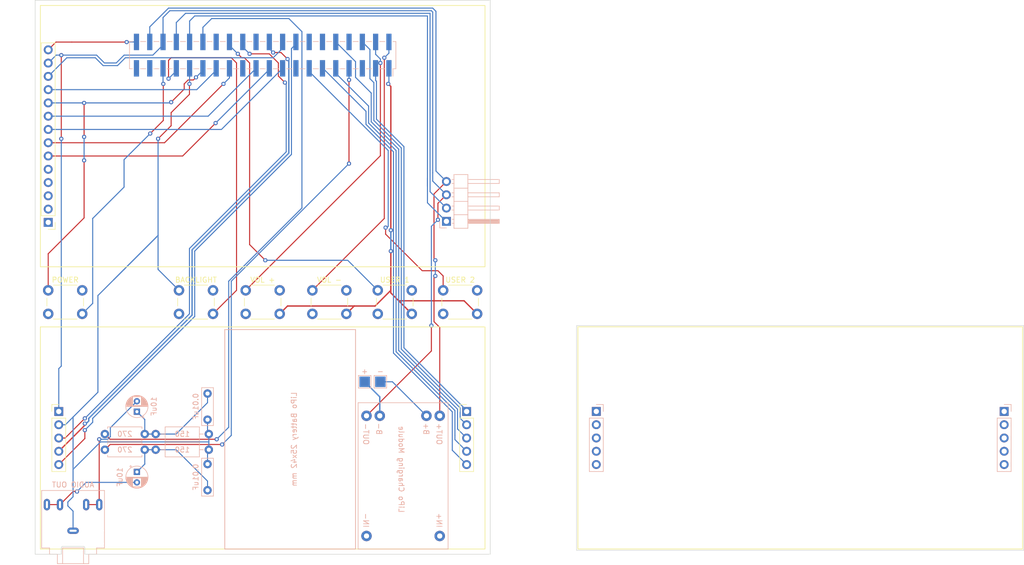
<source format=kicad_pcb>
(kicad_pcb (version 20211014) (generator pcbnew)
  (layers (0 "F.Cu" signal) (31 "B.Cu" signal) (34 "B.Paste" user) (35 "F.Paste" user) (36 "B.SilkS" user "B.Silkscreen") (37 "F.SilkS" user "F.Silkscreen") (38 "B.Mask" user) (39 "F.Mask" user) (44 "Edge.Cuts" user))
  (net 0 "")
  (footprint "Connector_PinHeader_2.54mm:PinHeader_1x14_P2.54mm_Vertical" (layer "F.Cu") (at 33.75 80 180)
    (fp_text reference "REF**" hide)
    (fp_text value "PinHeader_1x14_P2.54mm_Vertical" hide)
    (pad "1" thru_hole rect (at 0 0 180) (size 1.7 1.7) (drill 1) (layers *.Cu *.Mask))
    (pad "2" thru_hole oval (at 0 2.54 180) (size 1.7 1.7) (drill 1) (layers *.Cu *.Mask))
    (pad "3" thru_hole oval (at 0 5.08 180) (size 1.7 1.7) (drill 1) (layers *.Cu *.Mask))
    (pad "4" thru_hole oval (at 0 7.62 180) (size 1.7 1.7) (drill 1) (layers *.Cu *.Mask))
    (pad "5" thru_hole oval (at 0 10.16 180) (size 1.7 1.7) (drill 1) (layers *.Cu *.Mask))
    (pad "6" thru_hole oval (at 0 12.7 180) (size 1.7 1.7) (drill 1) (layers *.Cu *.Mask))
    (pad "7" thru_hole oval (at 0 15.24 180) (size 1.7 1.7) (drill 1) (layers *.Cu *.Mask))
    (pad "8" thru_hole oval (at 0 17.78 180) (size 1.7 1.7) (drill 1) (layers *.Cu *.Mask))
    (pad "9" thru_hole oval (at 0 20.32 180) (size 1.7 1.7) (drill 1) (layers *.Cu *.Mask))
    (pad "10" thru_hole oval (at 0 22.86 180) (size 1.7 1.7) (drill 1) (layers *.Cu *.Mask))
    (pad "11" thru_hole oval (at 0 25.4 180) (size 1.7 1.7) (drill 1) (layers *.Cu *.Mask))
    (pad "12" thru_hole oval (at 0 27.94 180) (size 1.7 1.7) (drill 1) (layers *.Cu *.Mask))
    (pad "13" thru_hole oval (at 0 30.48 180) (size 1.7 1.7) (drill 1) (layers *.Cu *.Mask))
    (pad "14" thru_hole oval (at 0 33.02 180) (size 1.7 1.7) (drill 1) (layers *.Cu *.Mask))
  )
  (footprint "MountingHole:MountingHole_2.7mm_M2.5" (layer "F.Cu") (at 114.25 41.5)
    (fp_text reference "REF**" hide)
    (fp_text value "MountingHole_2.7mm_M2.5" hide)
    (pad "" np_thru_hole circle (at 0 0) (size 2.7 2.7) (drill 2.7) (layers *.Cu *.Mask))
  )
  (footprint "MountingHole:MountingHole_2.7mm_M2.5" (layer "F.Cu") (at 114.25 85.5)
    (fp_text reference "REF**" hide)
    (fp_text value "MountingHole_2.7mm_M2.5" hide)
    (pad "" np_thru_hole circle (at 0 0) (size 2.7 2.7) (drill 2.7) (layers *.Cu *.Mask))
  )
  (footprint "Button_Switch_THT:SW_PUSH_6mm_H4.3mm" (layer "F.Cu") (at 96.75 93)
    (fp_text reference "USER 1" (at 3.25 -2) (layer "F.SilkS"))
    (fp_text value "SW_PUSH_6mm_H4.3mm" hide)
    (pad "1" thru_hole circle (at 6.5 0 90) (size 2 2) (drill 1.1) (layers *.Cu *.Mask))
    (pad "1" thru_hole circle (at 0 0 90) (size 2 2) (drill 1.1) (layers *.Cu *.Mask))
    (pad "2" thru_hole circle (at 0 4.5 90) (size 2 2) (drill 1.1) (layers *.Cu *.Mask))
    (pad "2" thru_hole circle (at 6.5 4.5 90) (size 2 2) (drill 1.1) (layers *.Cu *.Mask))
  )
  (footprint "Connector_PinHeader_2.54mm:PinHeader_1x05_P2.54mm_Vertical" (layer "F.Cu") (at 113.738358 116.183368)
    (fp_text reference "REF**" hide)
    (fp_text value "PinHeader_1x05_P2.54mm_Vertical" hide)
    (pad "1" thru_hole rect (at 0 0) (size 1.7 1.7) (drill 1) (layers *.Cu *.Mask))
    (pad "2" thru_hole oval (at 0 2.54) (size 1.7 1.7) (drill 1) (layers *.Cu *.Mask))
    (pad "3" thru_hole oval (at 0 5.08) (size 1.7 1.7) (drill 1) (layers *.Cu *.Mask))
    (pad "4" thru_hole oval (at 0 7.62) (size 1.7 1.7) (drill 1) (layers *.Cu *.Mask))
    (pad "5" thru_hole oval (at 0 10.16) (size 1.7 1.7) (drill 1) (layers *.Cu *.Mask))
  )
  (footprint "MountingHole:MountingHole_2.7mm_M2.5" (layer "F.Cu") (at 39.25 41.5)
    (fp_text reference "REF**" hide)
    (fp_text value "MountingHole_2.7mm_M2.5" hide)
    (pad "" np_thru_hole circle (at 0 0) (size 2.7 2.7) (drill 2.7) (layers *.Cu *.Mask))
  )
  (footprint "Button_Switch_THT:SW_PUSH_6mm_H4.3mm" (layer "F.Cu") (at 84.25 93)
    (fp_text reference "VOL -" (at 3.25 -2) (layer "F.SilkS"))
    (fp_text value "SW_PUSH_6mm_H4.3mm" hide)
    (pad "1" thru_hole circle (at 6.5 0 90) (size 2 2) (drill 1.1) (layers *.Cu *.Mask))
    (pad "1" thru_hole circle (at 0 0 90) (size 2 2) (drill 1.1) (layers *.Cu *.Mask))
    (pad "2" thru_hole circle (at 6.5 4.5 90) (size 2 2) (drill 1.1) (layers *.Cu *.Mask))
    (pad "2" thru_hole circle (at 0 4.5 90) (size 2 2) (drill 1.1) (layers *.Cu *.Mask))
  )
  (footprint "MountingHole:MountingHole_2.5mm" (layer "F.Cu") (at 103.733251 71.025122)
    (fp_text reference "REF**" hide)
    (fp_text value "MountingHole_2.5mm" hide)
    (pad "" np_thru_hole circle (at 0 0) (size 2.5 2.5) (drill 2.5) (layers *.Cu *.Mask))
  )
  (footprint "Connector_PinHeader_2.54mm:PinHeader_1x05_P2.54mm_Vertical" (layer "F.Cu") (at 35.766898 116.182377)
    (fp_text reference "REF**" hide)
    (fp_text value "PinHeader_1x05_P2.54mm_Vertical" hide)
    (pad "1" thru_hole rect (at 0 0) (size 1.7 1.7) (drill 1) (layers *.Cu *.Mask))
    (pad "2" thru_hole oval (at 0 2.54) (size 1.7 1.7) (drill 1) (layers *.Cu *.Mask))
    (pad "3" thru_hole oval (at 0 5.08) (size 1.7 1.7) (drill 1) (layers *.Cu *.Mask))
    (pad "4" thru_hole oval (at 0 7.62) (size 1.7 1.7) (drill 1) (layers *.Cu *.Mask))
    (pad "5" thru_hole oval (at 0 10.16) (size 1.7 1.7) (drill 1) (layers *.Cu *.Mask))
  )
  (footprint "MountingHole:MountingHole_2.5mm" (layer "F.Cu") (at 45.75 71)
    (fp_text reference "REF**" hide)
    (fp_text value "MountingHole_2.5mm" hide)
    (pad "" np_thru_hole circle (at 0 0) (size 2.5 2.5) (drill 2.5) (layers *.Cu *.Mask))
  )
  (footprint "MountingHole:MountingHole_2.5mm" (layer "F.Cu") (at 45.75 48)
    (fp_text reference "REF**" hide)
    (fp_text value "MountingHole_2.5mm" hide)
    (pad "" np_thru_hole circle (at 0 0) (size 2.5 2.5) (drill 2.5) (layers *.Cu *.Mask))
  )
  (footprint "Button_Switch_THT:SW_PUSH_6mm_H4.3mm" (layer "F.Cu") (at 109.25 93)
    (fp_text reference "USER 2" (at 3.25 -2) (layer "F.SilkS"))
    (fp_text value "SW_PUSH_6mm_H4.3mm" hide)
    (pad "1" thru_hole circle (at 0 0 90) (size 2 2) (drill 1.1) (layers *.Cu *.Mask))
    (pad "1" thru_hole circle (at 6.5 0 90) (size 2 2) (drill 1.1) (layers *.Cu *.Mask))
    (pad "2" thru_hole circle (at 0 4.5 90) (size 2 2) (drill 1.1) (layers *.Cu *.Mask))
    (pad "2" thru_hole circle (at 6.5 4.5 90) (size 2 2) (drill 1.1) (layers *.Cu *.Mask))
  )
  (footprint "Button_Switch_THT:SW_PUSH_6mm_H4.3mm" (layer "F.Cu") (at 58.75 93)
    (fp_text reference "BACKLIGHT" (at 3.25 -2) (layer "F.SilkS"))
    (fp_text value "SW_PUSH_6mm_H4.3mm" hide)
    (pad "1" thru_hole circle (at 0 0 90) (size 2 2) (drill 1.1) (layers *.Cu *.Mask))
    (pad "1" thru_hole circle (at 6.5 0 90) (size 2 2) (drill 1.1) (layers *.Cu *.Mask))
    (pad "2" thru_hole circle (at 0 4.5 90) (size 2 2) (drill 1.1) (layers *.Cu *.Mask))
    (pad "2" thru_hole circle (at 6.5 4.5 90) (size 2 2) (drill 1.1) (layers *.Cu *.Mask))
  )
  (footprint "Button_Switch_THT:SW_PUSH_6mm_H4.3mm" (layer "F.Cu") (at 71.5 93)
    (fp_text reference "VOL +" (at 3.25 -2) (layer "F.SilkS"))
    (fp_text value "SW_PUSH_6mm_H4.3mm" hide)
    (pad "1" thru_hole circle (at 6.5 0 90) (size 2 2) (drill 1.1) (layers *.Cu *.Mask))
    (pad "1" thru_hole circle (at 0 0 90) (size 2 2) (drill 1.1) (layers *.Cu *.Mask))
    (pad "2" thru_hole circle (at 6.5 4.5 90) (size 2 2) (drill 1.1) (layers *.Cu *.Mask))
    (pad "2" thru_hole circle (at 0 4.5 90) (size 2 2) (drill 1.1) (layers *.Cu *.Mask))
  )
  (footprint "MountingHole:MountingHole_2.5mm" (layer "F.Cu") (at 103.721917 48.032269)
    (fp_text reference "REF**" hide)
    (fp_text value "MountingHole_2.5mm" hide)
    (pad "" np_thru_hole circle (at 0 0) (size 2.5 2.5) (drill 2.5) (layers *.Cu *.Mask))
  )
  (footprint "Button_Switch_THT:SW_PUSH_6mm_H4.3mm" (layer "F.Cu") (at 33.75 93)
    (fp_text reference "POWER" (at 3.25 -2) (layer "F.SilkS"))
    (fp_text value "SW_PUSH_6mm_H4.3mm" hide)
    (pad "1" thru_hole circle (at 0 0 90) (size 2 2) (drill 1.1) (layers *.Cu *.Mask))
    (pad "1" thru_hole circle (at 6.5 0 90) (size 2 2) (drill 1.1) (layers *.Cu *.Mask))
    (pad "2" thru_hole circle (at 6.5 4.5 90) (size 2 2) (drill 1.1) (layers *.Cu *.Mask))
    (pad "2" thru_hole circle (at 0 4.5 90) (size 2 2) (drill 1.1) (layers *.Cu *.Mask))
  )
  (footprint "MountingHole:MountingHole_2.7mm_M2.5" (layer "F.Cu") (at 39.25 85.5)
    (fp_text reference "REF**" hide)
    (fp_text value "MountingHole_2.7mm_M2.5" hide)
    (pad "" np_thru_hole circle (at 0 0) (size 2.7 2.7) (drill 2.7) (layers *.Cu *.Mask))
  )
  (footprint "Connector_Audio:Jack_3.5mm_CUI_SJ1-3525N_Horizontal" (layer "B.Cu") (at 38.5 139 180)
    (fp_text reference "AUDIO OUT" (at 0 8.8) (layer "B.SilkS") (effects (justify mirror)))
    (fp_text value "Jack_3.5mm_CUI_SJ1-3525N_Horizontal" hide)
    (pad "" np_thru_hole circle (at 0 5 180) (size 1.2 1.2) (drill 1.2) (layers *.Cu))
    (pad "" np_thru_hole circle (at 5 0 180) (size 1.2 1.2) (drill 1.2) (layers *.Cu))
    (pad "" np_thru_hole circle (at -5 0 180) (size 1.2 1.2) (drill 1.2) (layers *.Cu))
    (pad "" np_thru_hole circle (at 5 -2.5 180) (size 1.2 1.2) (drill 1.2) (layers *.Cu))
    (pad "" np_thru_hole circle (at -5 -2.5 180) (size 1.2 1.2) (drill 1.2) (layers *.Cu))
    (pad "R" thru_hole oval (at -5 5 180) (size 1.2 2.2) (drill oval 0.4 1.4) (layers *.Cu *.Mask))
    (pad "RN" thru_hole oval (at -2.5 5 180) (size 1.2 2.2) (drill oval 0.4 1.4) (layers *.Cu *.Mask))
    (pad "S" thru_hole oval (at 0 0 180) (size 2.2 1.2) (drill oval 1.4 0.4) (layers *.Cu *.Mask))
    (pad "T" thru_hole oval (at 5 5) (size 1.2 2.2) (drill oval 0.4 1.4) (layers *.Cu *.Mask))
    (pad "TN" thru_hole oval (at 2.5 5) (size 1.2 2.2) (drill oval 0.4 1.4) (layers *.Cu *.Mask))
  )
  (footprint "Connector_PinHeader_2.54mm:PinHeader_2x20_P2.54mm_Vertical_SMD" (layer "B.Cu") (at 74.75 48 90)
    (fp_text reference "REF**" hide)
    (fp_text value "PinHeader_2x20_P2.54mm_Vertical_SMD" hide)
    (pad "1" smd rect (at -2.525 24.13 90) (size 3.15 1) (layers "B.Cu" "B.Paste" "B.Mask"))
    (pad "2" smd rect (at 2.525 24.13 90) (size 3.15 1) (layers "B.Cu" "B.Paste" "B.Mask"))
    (pad "3" smd rect (at -2.525 21.59 90) (size 3.15 1) (layers "B.Cu" "B.Paste" "B.Mask"))
    (pad "4" smd rect (at 2.525 21.59 90) (size 3.15 1) (layers "B.Cu" "B.Paste" "B.Mask"))
    (pad "5" smd rect (at -2.525 19.05 90) (size 3.15 1) (layers "B.Cu" "B.Paste" "B.Mask"))
    (pad "6" smd rect (at 2.525 19.05 90) (size 3.15 1) (layers "B.Cu" "B.Paste" "B.Mask"))
    (pad "7" smd rect (at -2.525 16.51 90) (size 3.15 1) (layers "B.Cu" "B.Paste" "B.Mask"))
    (pad "8" smd rect (at 2.525 16.51 90) (size 3.15 1) (layers "B.Cu" "B.Paste" "B.Mask"))
    (pad "9" smd rect (at -2.525 13.97 90) (size 3.15 1) (layers "B.Cu" "B.Paste" "B.Mask"))
    (pad "10" smd rect (at 2.525 13.97 90) (size 3.15 1) (layers "B.Cu" "B.Paste" "B.Mask"))
    (pad "11" smd rect (at -2.525 11.43 90) (size 3.15 1) (layers "B.Cu" "B.Paste" "B.Mask"))
    (pad "12" smd rect (at 2.525 11.43 90) (size 3.15 1) (layers "B.Cu" "B.Paste" "B.Mask"))
    (pad "13" smd rect (at -2.525 8.89 90) (size 3.15 1) (layers "B.Cu" "B.Paste" "B.Mask"))
    (pad "14" smd rect (at 2.525 8.89 90) (size 3.15 1) (layers "B.Cu" "B.Paste" "B.Mask"))
    (pad "15" smd rect (at -2.525 6.35 90) (size 3.15 1) (layers "B.Cu" "B.Paste" "B.Mask"))
    (pad "16" smd rect (at 2.525 6.35 90) (size 3.15 1) (layers "B.Cu" "B.Paste" "B.Mask"))
    (pad "17" smd rect (at -2.525 3.81 90) (size 3.15 1) (layers "B.Cu" "B.Paste" "B.Mask"))
    (pad "18" smd rect (at 2.525 3.81 90) (size 3.15 1) (layers "B.Cu" "B.Paste" "B.Mask"))
    (pad "19" smd rect (at -2.525 1.27 90) (size 3.15 1) (layers "B.Cu" "B.Paste" "B.Mask"))
    (pad "20" smd rect (at 2.525 1.27 90) (size 3.15 1) (layers "B.Cu" "B.Paste" "B.Mask"))
    (pad "21" smd rect (at -2.525 -1.27 90) (size 3.15 1) (layers "B.Cu" "B.Paste" "B.Mask"))
    (pad "22" smd rect (at 2.525 -1.27 90) (size 3.15 1) (layers "B.Cu" "B.Paste" "B.Mask"))
    (pad "23" smd rect (at -2.525 -3.81 90) (size 3.15 1) (layers "B.Cu" "B.Paste" "B.Mask"))
    (pad "24" smd rect (at 2.525 -3.81 90) (size 3.15 1) (layers "B.Cu" "B.Paste" "B.Mask"))
    (pad "25" smd rect (at -2.525 -6.35 90) (size 3.15 1) (layers "B.Cu" "B.Paste" "B.Mask"))
    (pad "26" smd rect (at 2.525 -6.35 90) (size 3.15 1) (layers "B.Cu" "B.Paste" "B.Mask"))
    (pad "27" smd rect (at -2.525 -8.89 90) (size 3.15 1) (layers "B.Cu" "B.Paste" "B.Mask"))
    (pad "28" smd rect (at 2.525 -8.89 90) (size 3.15 1) (layers "B.Cu" "B.Paste" "B.Mask"))
    (pad "29" smd rect (at -2.525 -11.43 90) (size 3.15 1) (layers "B.Cu" "B.Paste" "B.Mask"))
    (pad "30" smd rect (at 2.525 -11.43 90) (size 3.15 1) (layers "B.Cu" "B.Paste" "B.Mask"))
    (pad "31" smd rect (at -2.525 -13.97 90) (size 3.15 1) (layers "B.Cu" "B.Paste" "B.Mask"))
    (pad "32" smd rect (at 2.525 -13.97 90) (size 3.15 1) (layers "B.Cu" "B.Paste" "B.Mask"))
    (pad "33" smd rect (at -2.525 -16.51 90) (size 3.15 1) (layers "B.Cu" "B.Paste" "B.Mask"))
    (pad "34" smd rect (at 2.525 -16.51 90) (size 3.15 1) (layers "B.Cu" "B.Paste" "B.Mask"))
    (pad "35" smd rect (at -2.525 -19.05 90) (size 3.15 1) (layers "B.Cu" "B.Paste" "B.Mask"))
    (pad "36" smd rect (at 2.525 -19.05 90) (size 3.15 1) (layers "B.Cu" "B.Paste" "B.Mask"))
    (pad "37" smd rect (at -2.525 -21.59 90) (size 3.15 1) (layers "B.Cu" "B.Paste" "B.Mask"))
    (pad "38" smd rect (at 2.525 -21.59 90) (size 3.15 1) (layers "B.Cu" "B.Paste" "B.Mask"))
    (pad "39" smd rect (at -2.525 -24.13 90) (size 3.15 1) (layers "B.Cu" "B.Paste" "B.Mask"))
    (pad "40" smd rect (at 2.525 -24.13 90) (size 3.15 1) (layers "B.Cu" "B.Paste" "B.Mask"))
  )
  (footprint "Capacitor_THT:CP_Radial_D4.0mm_P2.00mm" (layer "B.Cu") (at 50.705 127.75 -90)
    (fp_text reference "10uF" (at 1 3.25 90) (layer "B.SilkS") (effects (justify mirror)))
    (fp_text value "CP_Radial_D4.0mm_P2.00mm" hide)
    (pad "1" thru_hole rect (at 0 0 270) (size 1.2 1.2) (drill 0.6) (layers *.Cu *.Mask))
    (pad "2" thru_hole circle (at 2 0 270) (size 1.2 1.2) (drill 0.6) (layers *.Cu *.Mask))
  )
  (footprint "Resistor_THT:R_Axial_DIN0207_L6.3mm_D2.5mm_P10.16mm_Horizontal" (layer "B.Cu") (at 64.455 123.5 180)
    (fp_text reference "150" (at 5.08 0) (layer "B.SilkS") (effects (justify mirror)))
    (fp_text value "R_Axial_DIN0207_L6.3mm_D2.5mm_P10.16mm_Horizontal" hide)
    (pad "1" thru_hole circle (at 0 0 180) (size 1.6 1.6) (drill 0.8) (layers *.Cu *.Mask))
    (pad "2" thru_hole oval (at 10.16 0 180) (size 1.6 1.6) (drill 0.8) (layers *.Cu *.Mask))
  )
  (footprint "Library:TP4056-Module" (layer "B.Cu") (at 92.995 142.505 90)
    (fp_text reference "LiPo Charging Module" (at 15.255 8.255 270 unlocked) (layer "B.SilkS") (effects (justify mirror)))
    (fp_text value "TP4056-Module" hide)
    (fp_text user "IN-" (at 5.5 1.5 270 unlocked) (layer "B.SilkS") (effects (justify mirror)))
    (fp_text user "B+" (at 23 13 270 unlocked) (layer "B.SilkS") (effects (justify mirror)))
    (fp_text user "IN+" (at 5.5 15.5 270 unlocked) (layer "B.SilkS") (effects (justify mirror)))
    (fp_text user "OUT+" (at 22 15.5 270 unlocked) (layer "B.SilkS") (effects (justify mirror)))
    (fp_text user "B-" (at 23 4 270 unlocked) (layer "B.SilkS") (effects (justify mirror)))
    (fp_text user "OUT-" (at 22 1.5 270 unlocked) (layer "B.SilkS") (effects (justify mirror)))
    (pad "1" thru_hole circle (at 2.5 15.6 90) (size 2 2) (drill 1) (layers *.Cu *.Mask))
    (pad "2" thru_hole circle (at 2.5 1.6 90) (size 2 2) (drill 1) (layers *.Cu *.Mask))
    (pad "3" thru_hole circle (at 25.5 15.6 90) (size 2 2) (drill 1) (layers *.Cu *.Mask))
    (pad "4" thru_hole circle (at 25.5 1.6 90) (size 2 2) (drill 1) (layers *.Cu *.Mask))
    (pad "5" thru_hole circle (at 25.5 13.06 90) (size 2 2) (drill 1) (layers *.Cu *.Mask))
    (pad "6" thru_hole circle (at 25.5 4.14 90) (size 2 2) (drill 1) (layers *.Cu *.Mask))
  )
  (footprint "TestPoint:TestPoint_Pad_2.0x2.0mm" (layer "B.Cu") (at 97.25 110.5 180)
    (fp_text reference "-" (at 0 1.998) (layer "B.SilkS") (effects (justify mirror)))
    (fp_text value "TestPoint_Pad_2.0x2.0mm" hide)
    (pad "1" smd rect (at 0 0 180) (size 2 2) (layers "B.Cu" "B.Mask"))
  )
  (footprint "Resistor_THT:R_Axial_DIN0207_L6.3mm_D2.5mm_P7.62mm_Horizontal" (layer "B.Cu") (at 52.205 120.5 180)
    (fp_text reference "270" (at 3.81 0) (layer "B.SilkS") (effects (justify mirror)))
    (fp_text value "R_Axial_DIN0207_L6.3mm_D2.5mm_P7.62mm_Horizontal" hide)
    (pad "1" thru_hole circle (at 0 0 180) (size 1.6 1.6) (drill 0.8) (layers *.Cu *.Mask))
    (pad "2" thru_hole oval (at 7.62 0 180) (size 1.6 1.6) (drill 0.8) (layers *.Cu *.Mask))
  )
  (footprint "Capacitor_THT:CP_Radial_D4.0mm_P2.00mm" (layer "B.Cu") (at 50.705 116.2226 90)
    (fp_text reference "10uF" (at 1 3.25 90) (layer "B.SilkS") (effects (justify mirror)))
    (fp_text value "CP_Radial_D4.0mm_P2.00mm" hide)
    (pad "1" thru_hole rect (at 0 0 90) (size 1.2 1.2) (drill 0.6) (layers *.Cu *.Mask))
    (pad "2" thru_hole circle (at 2 0 90) (size 1.2 1.2) (drill 0.6) (layers *.Cu *.Mask))
  )
  (footprint "Resistor_THT:R_Axial_DIN0207_L6.3mm_D2.5mm_P7.62mm_Horizontal" (layer "B.Cu") (at 52.205 123.5 180)
    (fp_text reference "270" (at 3.81 0) (layer "B.SilkS") (effects (justify mirror)))
    (fp_text value "R_Axial_DIN0207_L6.3mm_D2.5mm_P7.62mm_Horizontal" hide)
    (pad "1" thru_hole circle (at 0 0 180) (size 1.6 1.6) (drill 0.8) (layers *.Cu *.Mask))
    (pad "2" thru_hole oval (at 7.62 0 180) (size 1.6 1.6) (drill 0.8) (layers *.Cu *.Mask))
  )
  (footprint "Capacitor_THT:C_Rect_L7.0mm_W2.0mm_P5.00mm" (layer "B.Cu") (at 64.205 112.75 -90)
    (fp_text reference "0.01uF" (at 2.5 2.25 90) (layer "B.SilkS") (effects (justify mirror)))
    (fp_text value "C_Rect_L7.0mm_W2.0mm_P5.00mm" hide)
    (pad "1" thru_hole circle (at 0 0 270) (size 1.6 1.6) (drill 0.8) (layers *.Cu *.Mask))
    (pad "2" thru_hole circle (at 5 0 270) (size 1.6 1.6) (drill 0.8) (layers *.Cu *.Mask))
  )
  (footprint "Connector_PinHeader_2.54mm:PinHeader_1x05_P2.54mm_Vertical" (layer "B.Cu") (at 138.52854 116.174009 180)
    (fp_text reference "REF**" hide)
    (fp_text value "PinHeader_1x05_P2.54mm_Vertical" hide)
    (pad "1" thru_hole rect (at 0 0 180) (size 1.7 1.7) (drill 1) (layers *.Cu *.Mask))
    (pad "2" thru_hole oval (at 0 -2.54 180) (size 1.7 1.7) (drill 1) (layers *.Cu *.Mask))
    (pad "3" thru_hole oval (at 0 -5.08 180) (size 1.7 1.7) (drill 1) (layers *.Cu *.Mask))
    (pad "4" thru_hole oval (at 0 -7.62 180) (size 1.7 1.7) (drill 1) (layers *.Cu *.Mask))
    (pad "5" thru_hole oval (at 0 -10.16 180) (size 1.7 1.7) (drill 1) (layers *.Cu *.Mask))
  )
  (footprint "Connector_PinHeader_2.54mm:PinHeader_1x05_P2.54mm_Vertical" (layer "B.Cu") (at 216.5 116.175 180)
    (fp_text reference "REF**" hide)
    (fp_text value "PinHeader_1x05_P2.54mm_Vertical" hide)
    (pad "1" thru_hole rect (at 0 0 180) (size 1.7 1.7) (drill 1) (layers *.Cu *.Mask))
    (pad "2" thru_hole oval (at 0 -2.54 180) (size 1.7 1.7) (drill 1) (layers *.Cu *.Mask))
    (pad "3" thru_hole oval (at 0 -5.08 180) (size 1.7 1.7) (drill 1) (layers *.Cu *.Mask))
    (pad "4" thru_hole oval (at 0 -7.62 180) (size 1.7 1.7) (drill 1) (layers *.Cu *.Mask))
    (pad "5" thru_hole oval (at 0 -10.16 180) (size 1.7 1.7) (drill 1) (layers *.Cu *.Mask))
  )
  (footprint "Connector_PinHeader_2.54mm:PinHeader_1x04_P2.54mm_Horizontal" (layer "B.Cu") (at 109.875 79.8)
    (fp_text reference "REF**" hide)
    (fp_text value "PinHeader_1x04_P2.54mm_Horizontal" hide)
    (pad "1" thru_hole rect (at 0 0) (size 1.7 1.7) (drill 1) (layers *.Cu *.Mask))
    (pad "2" thru_hole oval (at 0 -2.54) (size 1.7 1.7) (drill 1) (layers *.Cu *.Mask))
    (pad "3" thru_hole oval (at 0 -5.08) (size 1.7 1.7) (drill 1) (layers *.Cu *.Mask))
    (pad "4" thru_hole oval (at 0 -7.62) (size 1.7 1.7) (drill 1) (layers *.Cu *.Mask))
  )
  (footprint "Resistor_THT:R_Axial_DIN0207_L6.3mm_D2.5mm_P10.16mm_Horizontal" (layer "B.Cu") (at 64.455 120.5 180)
    (fp_text reference "150" (at 5.08 0) (layer "B.SilkS") (effects (justify mirror)))
    (fp_text value "R_Axial_DIN0207_L6.3mm_D2.5mm_P10.16mm_Horizontal" hide)
    (pad "1" thru_hole circle (at 0 0 180) (size 1.6 1.6) (drill 0.8) (layers *.Cu *.Mask))
    (pad "2" thru_hole oval (at 10.16 0 180) (size 1.6 1.6) (drill 0.8) (layers *.Cu *.Mask))
  )
  (footprint "Capacitor_THT:C_Rect_L7.0mm_W2.0mm_P5.00mm" (layer "B.Cu") (at 64.205 126.25 -90)
    (fp_text reference "0.01uF" (at 2.5 2.25 90) (layer "B.SilkS") (effects (justify mirror)))
    (fp_text value "C_Rect_L7.0mm_W2.0mm_P5.00mm" hide)
    (pad "1" thru_hole circle (at 0 0 270) (size 1.6 1.6) (drill 0.8) (layers *.Cu *.Mask))
    (pad "2" thru_hole circle (at 5 0 270) (size 1.6 1.6) (drill 0.8) (layers *.Cu *.Mask))
  )
  (footprint "TestPoint:TestPoint_Pad_2.0x2.0mm" (layer "B.Cu") (at 94.25 110.5 180)
    (fp_text reference "+" (at 0 1.998) (layer "B.SilkS") (effects (justify mirror)))
    (fp_text value "TestPoint_Pad_2.0x2.0mm" hide)
    (pad "1" smd rect (at 0 0 180) (size 2 2) (layers "B.Cu" "B.Mask"))
  )
  (gr_rect (start 67.5 100.5) (end 92.5 142.5) (layer "B.SilkS") (width 0.15) (fill none))
  (gr_rect (start 117.25 38.5) (end 32.25 88.5) (layer "F.SilkS") (width 0.15) (fill none))
  (gr_rect (start 32.25 100) (end 117.25 142.5) (layer "F.SilkS") (width 0.15) (fill none))
  (gr_rect (start 135.011642 99.991632) (end 220.011642 142.491632) (layer "F.SilkS") (width 0.15) (fill none))
  (gr_line (start 31.25 143.5) (end 36.25 143.5) (layer "Edge.Cuts") (width 0.1))
  (gr_line (start 36.25 142.5) (end 36.25 142.25) (layer "Edge.Cuts") (width 0.1))
  (gr_arc (start 40.5 142) (mid 40.676777 142.073223) (end 40.75 142.25) (layer "Edge.Cuts") (width 0.1))
  (gr_rect (start 134.75 99.75) (end 220.25 142.75) (layer "Edge.Cuts") (width 0.1) (fill none))
  (gr_line (start 40.75 143.5) (end 40.75 142.5) (layer "Edge.Cuts") (width 0.1))
  (gr_line (start 118.25 143.5) (end 40.75 143.5) (layer "Edge.Cuts") (width 0.1))
  (gr_line (start 31.25 37.5) (end 118.25 37.5) (layer "Edge.Cuts") (width 0.1))
  (gr_line (start 118.25 37.5) (end 118.25 143.5) (layer "Edge.Cuts") (width 0.1))
  (gr_arc (start 36.25 142.25) (mid 36.323223 142.073223) (end 36.5 142) (layer "Edge.Cuts") (width 0.1))
  (gr_line (start 36.5 142) (end 40.5 142) (layer "Edge.Cuts") (width 0.1))
  (gr_line (start 36.25 143.5) (end 36.25 142.5) (layer "Edge.Cuts") (width 0.1))
  (gr_line (start 40.75 142.25) (end 40.75 142.5) (layer "Edge.Cuts") (width 0.1))
  (gr_line (start 31.25 143.5) (end 31.25 37.5) (layer "Edge.Cuts") (width 0.1))
  (gr_text "LiPo Battery 25x42 mm" (at 80.75 121.5 90) (layer "B.SilkS") (effects (font (size 1 1)) (justify mirror)))
  (segment (start 76 47.75) (end 77.75 49.5) (width 0.2) (layer "F.Cu") (net 0))
  (segment (start 40.75 118.819275) (end 35.766898 123.802377) (width 0.25) (layer "F.Cu") (net 0))
  (segment (start 71.25 48.5) (end 72.25 49.5) (width 0.2) (layer "F.Cu") (net 0))
  (segment (start 39.25 131.5) (end 38.5 131.5) (width 0.2) (layer "F.Cu") (net 0))
  (segment (start 35.23 45.5) (end 33.75 46.98) (width 0.2) (layer "F.Cu") (net 0))
  (segment (start 99.25 85.5) (end 99.25 93) (width 0.25) (layer "F.Cu") (net 0))
  (segment (start 56.75 49) (end 57.25 48.5) (width 0.2) (layer "F.Cu") (net 0))
  (segment (start 99.25 54) (end 99.25 81.5) (width 0.25) (layer "F.Cu") (net 0))
  (segment (start 107.5 87) (end 107.75 87.25) (width 0.2) (layer "F.Cu") (net 0))
  (segment (start 57.25 59) (end 57.25 61.5) (width 0.2) (layer "F.Cu") (net 0))
  (segment (start 68.75 48.5) (end 69.75 49.5) (width 0.2) (layer "F.Cu") (net 0))
  (segment (start 105.25 89.25) (end 108.25 89.25) (width 0.2) (layer "F.Cu") (net 0))
  (segment (start 57.25 57) (end 59.75 54.5) (width 0.2) (layer "F.Cu") (net 0))
  (segment (start 40.75 117.5) (end 36.987623 121.262377) (width 0.2) (layer "F.Cu") (net 0))
  (segment (start 55.75 60.5) (end 53.25 63) (width 0.2) (layer "F.Cu") (net 0))
  (segment (start 98.75 53.5) (end 99.25 54) (width 0.25) (layer "F.Cu") (net 0))
  (segment (start 107.5 90.5) (end 107.75 90.25) (width 0.2) (layer "F.Cu") (net 0))
  (segment (start 69.75 49.5) (end 69.75 93) (width 0.2) (layer "F.Cu") (net 0))
  (segment (start 65.75 61) (end 59.45 67.3) (width 0.2) (layer "F.Cu") (net 0))
  (segment (start 100.75 95) (end 103.25 97.5) (width 0.25) (layer "F.Cu") (net 0))
  (segment (start 60.75 53.5) (end 60.75 55.5) (width 0.2) (layer "F.Cu") (net 0))
  (segment (start 77.75 52) (end 79 53.25) (width 0.2) (layer "F.Cu") (net 0))
  (segment (start 72.25 49.5) (end 72.25 84.25) (width 0.2) (layer "F.Cu") (net 0))
  (segment (start 57.11 57.14) (end 57.25 57) (width 0.2) (layer "F.Cu") (net 0))
  (segment (start 108.595 100.095) (end 107.5 99) (width 0.2) (layer "F.Cu") (net 0))
  (segment (start 76.75 47.5) (end 78.25 47.5) (width 0.2) (layer "F.Cu") (net 0))
  (segment (start 98 79.25) (end 84.25 93) (width 0.2) (layer "F.Cu") (net 0))
  (segment (start 60.5 52.75) (end 61.5 52.75) (width 0.2) (layer "F.Cu") (net 0))
  (segment (start 61.5 52.75) (end 62 52.25) (width 0.2) (layer "F.Cu") (net 0))
  (segment (start 55.75 53.5) (end 55.75 60.5) (width 0.2) (layer "F.Cu") (net 0))
  (segment (start 70 47.75) (end 70.75 48.5) (width 0.2) (layer "F.Cu") (net 0))
  (segment (start 107.5 99) (end 107.5 90.5) (width 0.2) (layer "F.Cu") (net 0))
  (segment (start 109.875 74.72) (end 108.25 76.345) (width 0.2) (layer "F.Cu") (net 0))
  (segment (start 45.585 122.5) (end 67 122.5) (width 0.2) (layer "F.Cu") (net 0))
  (segment (start 91.25 68.75) (end 91.25 52.75) (width 0.2) (layer "F.Cu") (net 0))
  (segment (start 57.25 61.5) (end 54.75 64) (width 0.2) (layer "F.Cu") (net 0))
  (segment (start 33.75 64.76) (end 55.99 64.76) (width 0.2) (layer "F.Cu") (net 0))
  (segment (start 38.5 131.5) (end 36 134) (width 0.2) (layer "F.Cu") (net 0))
  (segment (start 108.25 76.345) (end 108.25 79.5) (width 0.2) (layer "F.Cu") (net 0))
  (segment (start 107 99.75) (end 107 104.6) (width 0.2) (layer "F.Cu") (net 0))
  (segment (start 57.25 48.5) (end 68.75 48.5) (width 0.2) (layer "F.Cu") (net 0))
  (segment (start 69.75 93) (end 65.25 97.5) (width 0.2) (layer "F.Cu") (net 0))
  (segment (start 70.75 48.5) (end 71.25 48.5) (width 0.2) (layer "F.Cu") (net 0))
  (segment (start 72.25 84.25) (end 75.25 87.25) (width 0.2) (layer "F.Cu") (net 0))
  (segment (start 59.75 54.5) (end 59.75 53.5) (width 0.2) (layer "F.Cu") (net 0))
  (segment (start 99.25 93.5) (end 100.75 95) (width 0.25) (layer "F.Cu") (net 0))
  (segment (start 59.45 67.3) (end 33.75 67.3) (width 0.2) (layer "F.Cu") (net 0))
  (segment (start 65.955 121.5) (end 45.585 121.5) (width 0.2) (layer "F.Cu") (net 0))
  (segment (start 98.25 81) (end 98.25 82.25) (width 0.2) (layer "F.Cu") (net 0))
  (segment (start 44.585 123.5) (end 45.585 122.5) (width 0.2) (layer "F.Cu") (net 0))
  (segment (start 72.25 47.75) (end 76 47.75) (width 0.2) (layer "F.Cu") (net 0))
  (segment (start 36.987623 121.262377) (end 35.766898 121.262377) (width 0.2) (layer "F.Cu") (net 0))
  (segment (start 107.5 87) (end 107.5 74.555) (width 0.2) (layer "F.Cu") (net 0))
  (segment (start 77.75 49.5) (end 77.75 52) (width 0.2) (layer "F.Cu") (net 0))
  (segment (start 60.75 55.5) (end 57.25 59) (width 0.2) (layer "F.Cu") (net 0))
  (segment (start 107 104.6) (end 94.595 117.005) (width 0.2) (layer "F.Cu") (net 0))
  (segment (start 100.75 95) (end 113.25 95) (width 0.25) (layer "F.Cu") (net 0))
  (segment (start 99.25 93) (end 99.25 93.5) (width 0.25) (layer "F.Cu") (net 0))
  (segment (start 40.61 79.14) (end 33.75 86) (width 0.2) (layer "F.Cu") (net 0))
  (segment (start 40.75 121.359275) (end 35.766898 126.342377) (width 0.2) (layer "F.Cu") (net 0))
  (segment (start 59.75 53.5) (end 60.5 52.75) (width 0.2) (layer "F.Cu") (net 0))
  (segment (start 45.585 121.5) (end 44.585 120.5) (width 0.2) (layer "F.Cu") (net 0))
  (segment (start 40.61 68.14) (end 40.61 79.14) (width 0.2) (layer "F.Cu") (net 0))
  (segment (start 91.25 52.75) (end 91.26 52.74) (width 0.2) (layer "F.Cu") (net 0))
  (segment (start 113.25 95) (end 115.75 97.5) (width 0.25) (layer "F.Cu") (net 0))
  (segment (start 98 48.5) (end 98 79.25) (width 0.2) (layer "F.Cu") (net 0))
  (segment (start 33.75 86) (end 33.75 93) (width 0.2) (layer "F.Cu") (net 0))
  (segment (start 96.25 96) (end 92.25 96) (width 0.25) (layer "F.Cu") (net 0))
  (segment (start 33.5 134) (end 36 134) (width 0.2) (layer "F.Cu") (net 0))
  (segment (start 38.25 45.5) (end 35.23 45.5) (width 0.2) (layer "F.Cu") (net 0))
  (segment (start 56.75 52.5) (end 56.75 49) (width 0.2) (layer "F.Cu") (net 0))
  (segment (start 107.5 74.555) (end 109.875 72.18) (width 0.2) (layer "F.Cu") (net 0))
  (segment (start 55.99 64.76) (end 67.25 53.5) (width 0.2) (layer "F.Cu") (net 0))
  (segment (start 97.25 67.25) (end 71.5 93) (width 0.2) (layer "F.Cu") (net 0))
  (segment (start 97.25 49.5) (end 97.25 67.25) (width 0.2) (layer "F.Cu") (net 0))
  (segment (start 43.5 134) (end 41 134) (width 0.2) (layer "F.Cu") (net 0))
  (segment (start 92.25 96) (end 90.75 97.5) (width 0.25) (layer "F.Cu") (net 0))
  (segment (start 92.25 96) (end 79.5 96) (width 0.25) (layer "F.Cu") (net 0))
  (segment (start 109.25 90.25) (end 109.25 93) (width 0.2) (layer "F.Cu") (net 0))
  (segment (start 108.25 89.25) (end 109.25 90.25) (width 0.2) (layer "F.Cu") (net 0))
  (segment (start 48.75 45.5) (end 38.25 45.5) (width 0.2) (layer "F.Cu") (net 0))
  (segment (start 78.25 47.5) (end 79.5 48.75) (width 0.2) (layer "F.Cu") (net 0))
  (segment (start 98.25 82.25) (end 105.25 89.25) (width 0.2) (layer "F.Cu") (net 0))
  (segment (start 79.5 96) (end 78 97.5) (width 0.25) (layer "F.Cu") (net 0))
  (segment (start 36.25 48) (end 36.25 64) (width 0.2) (layer "F.Cu") (net 0))
  (segment (start 40.75 118.5) (end 40.75 118.819275) (width 0.25) (layer "F.Cu") (net 0))
  (segment (start 99.25 93) (end 96.25 96) (width 0.25) (layer "F.Cu") (net 0))
  (segment (start 108.595 117.005) (end 108.595 100.095) (width 0.2) (layer "F.Cu") (net 0))
  (segment (start 40.61 57.14) (end 40.61 63.64) (width 0.2) (layer "F.Cu") (net 0))
  (segment (start 43.5 121.5) (end 43.5 134) (width 0.2) (layer "F.Cu") (net 0))
  (segment (start 40.75 119.75) (end 40.75 121.359275) (width 0.2) (layer "F.Cu") (net 0))
  (via (at 55.75 53.5) (size 0.8) (drill 0.4) (layers "F.Cu" "B.Cu") (net 0))
  (via (at 62 52.25) (size 0.8) (drill 0.4) (layers "F.Cu" "B.Cu") (net 0))
  (via (at 40.61 63.64) (size 0.8) (drill 0.4) (layers "F.Cu" "B.Cu") (net 0))
  (via (at 39.25 131.5) (size 0.8) (drill 0.4) (layers "F.Cu" "B.Cu") (net 0))
  (via (at 99.25 85.5) (size 0.8) (drill 0.4) (layers "F.Cu" "B.Cu") (net 0))
  (via (at 70 47.75) (size 0.8) (drill 0.4) (layers "F.Cu" "B.Cu") (net 0))
  (via (at 99.25 81.5) (size 0.8) (drill 0.4) (layers "F.Cu" "B.Cu") (net 0))
  (via (at 79 53.25) (size 0.8) (drill 0.4) (layers "F.Cu" "B.Cu") (net 0))
  (via (at 67 122.5) (size 0.8) (drill 0.4) (layers "F.Cu" "B.Cu") (net 0))
  (via (at 98 48.5) (size 0.8) (drill 0.4) (layers "F.Cu" "B.Cu") (net 0))
  (via (at 97.25 49.5) (size 0.8) (drill 0.4) (layers "F.Cu" "B.Cu") (net 0))
  (via (at 107 99.75) (size 0.8) (drill 0.4) (layers "F.Cu" "B.Cu") (net 0))
  (via (at 91.25 68.75) (size 0.8) (drill 0.4) (layers "F.Cu" "B.Cu") (net 0))
  (via (at 91.26 52.74) (size 0.8) (drill 0.4) (layers "F.Cu" "B.Cu") (net 0))
  (via (at 40.75 117.5) (size 0.8) (drill 0.4) (layers "F.Cu" "B.Cu") (net 0))
  (via (at 40.61 68.14) (size 0.8) (drill 0.4) (layers "F.Cu" "B.Cu") (net 0))
  (via (at 56.75 52.5) (size 0.8) (drill 0.4) (layers "F.Cu" "B.Cu") (net 0))
  (via (at 107.75 87.25) (size 0.8) (drill 0.4) (layers "F.Cu" "B.Cu") (net 0))
  (via (at 57.25 57) (size 0.8) (drill 0.4) (layers "F.Cu" "B.Cu") (net 0))
  (via (at 40.61 57.14) (size 0.8) (drill 0.4) (layers "F.Cu" "B.Cu") (net 0))
  (via (at 72.25 47.75) (size 0.8) (drill 0.4) (layers "F.Cu" "B.Cu") (net 0))
  (via (at 65.955 121.5) (size 0.8) (drill 0.4) (layers "F.Cu" "B.Cu") (net 0))
  (via (at 108.25 79.5) (size 0.8) (drill 0.4) (layers "F.Cu" "B.Cu") (net 0))
  (via (at 40.75 118.5) (size 0.8) (drill 0.4) (layers "F.Cu" "B.Cu") (net 0))
  (via (at 75.25 87.25) (size 0.8) (drill 0.4) (layers "F.Cu" "B.Cu") (net 0))
  (via (at 107.75 90.25) (size 0.8) (drill 0.4) (layers "F.Cu" "B.Cu") (net 0))
  (via (at 98.25 81) (size 0.8) (drill 0.4) (layers "F.Cu" "B.Cu") (net 0))
  (via (at 98.75 53.5) (size 0.8) (drill 0.4) (layers "F.Cu" "B.Cu") (net 0))
  (via (at 79.5 48.75) (size 0.8) (drill 0.4) (layers "F.Cu" "B.Cu") (net 0))
  (via (at 48.75 45.5) (size 0.8) (drill 0.4) (layers "F.Cu" "B.Cu") (net 0))
  (via (at 36.25 48) (size 0.8) (drill 0.4) (layers "F.Cu" "B.Cu") (net 0))
  (via (at 40.75 119.75) (size 0.8) (drill 0.4) (layers "F.Cu" "B.Cu") (net 0))
  (via (at 54.75 64) (size 0.8) (drill 0.4) (layers "F.Cu" "B.Cu") (net 0))
  (via (at 43.5 121.5) (size 0.8) (drill 0.4) (layers "F.Cu" "B.Cu") (net 0))
  (via (at 60.75 53.5) (size 0.8) (drill 0.4) (layers "F.Cu" "B.Cu") (net 0))
  (via (at 65.75 61) (size 0.8) (drill 0.4) (layers "F.Cu" "B.Cu") (net 0))
  (via (at 76.75 47.5) (size 0.8) (drill 0.4) (layers "F.Cu" "B.Cu") (net 0))
  (via (at 36.25 64) (size 0.8) (drill 0.4) (layers "F.Cu" "B.Cu") (net 0))
  (via (at 53.25 63) (size 0.8) (drill 0.4) (layers "F.Cu" "B.Cu") (net 0))
  (via (at 67.25 53.5) (size 0.8) (drill 0.4) (layers "F.Cu" "B.Cu") (net 0))
  (segment (start 43 48) (end 36.25 48) (width 0.2) (layer "B.Cu") (net 0))
  (segment (start 55.7 50.525) (end 55.7 53.45) (width 0.2) (layer "B.Cu") (net 0))
  (segment (start 113.738358 123.803368) (end 111.5 121.56501) (width 0.2) (layer "B.Cu") (net 0))
  (segment (start 55.7 46.05) (end 53.75 48) (width 0.2) (layer "B.Cu") (net 0))
  (segment (start 45.125 121.5) (end 45.625 121) (width 0.2) (layer "B.Cu") (net 0))
  (segment (start 106.25 69.75) (end 106.25 76.25) (width 0.2) (layer "B.Cu") (net 0))
  (segment (start 94.5 61.25) (end 94.5 58.75) (width 0.2) (layer "B.Cu") (net 0))
  (segment (start 91.25 68.75) (end 68.75 91.25) (width 0.2) (layer "B.Cu") (net 0))
  (segment (start 76.02 45.475) (end 76.02 46.77) (width 0.2) (layer "B.Cu") (net 0))
  (segment (start 96 53.25) (end 96 60.5) (width 0.2) (layer "B.Cu") (net 0))
  (segment (start 43.5 121.5) (end 45.125 121.5) (width 0.2) (layer "B.Cu") (net 0))
  (segment (start 64.455 122) (end 43.75 122) (width 0.2) (layer "B.Cu") (net 0))
  (segment (start 100.25 66.25) (end 95 61) (width 0.2) (layer "B.Cu") (net 0))
  (segment (start 60.75 85) (end 60.75 97.5) (width 0.2) (layer "B.Cu") (net 0))
  (segment (start 96 60.5) (end 101.25 65.75) (width 0.2) (layer "B.Cu") (net 0))
  (segment (start 58.24 50.525) (end 58.24 51.01) (width 0.2) (layer "B.Cu") (net 0))
  (segment (start 107.25 72.095) (end 109.875 74.72) (width 0.2) (layer "B.Cu") (net 0))
  (segment (start 64.205 117.75) (end 64.205 120.25) (width 0.2) (layer "B.Cu") (net 0))
  (segment (start 95 57.75) (end 88.72 51.47) (width 0.2) (layer "B.Cu") (net 0))
  (segment (start 96.5 53) (end 96.5 60.25) (width 0.2) (layer "B.Cu") (net 0))
  (segment (start 57 39.5) (end 107 39.5) (width 0.2) (layer "B.Cu") (net 0))
  (segment (start 78.56 46.69) (end 76.75 48.5) (width 0.2) (layer "B.Cu") (net 0))
  (segment (start 98.88 45.475) (end 98.88 47.62) (width 0.2) (layer "B.Cu") (net 0))
  (segment (start 100.25 104.75) (end 100.25 66.25) (width 0.2) (layer "B.Cu") (net 0))
  (segment (start 60.75 97.5) (end 40.75 117.5) (width 0.2) (layer "B.Cu") (net 0))
  (segment (start 113.738358 115.988358) (end 101.75 104) (width 0.2) (layer "B.Cu") (net 0))
  (segment (start 112.5 117.5) (end 112.51499 117.5) (width 0.2) (layer "B.Cu") (net 0))
  (segment (start 109.8 79.8) (end 106.25 76.25) (width 0.2) (layer "B.Cu") (net 0))
  (segment (start 41.5 118) (end 41 118.5) (width 0.25) (layer "B.Cu") (net 0))
  (segment (start 61.75 40.5) (end 106.25 40.5) (width 0.2) (layer "B.Cu") (net 0))
  (segment (start 35.27 48) (end 36.25 48) (width 0.2) (layer "B.Cu") (net 0))
  (segment (start 52.205 126.25) (end 50.705 127.75) (width 0.2) (layer "B.Cu") (net 0))
  (segment (start 96.34 47.84) (end 97.25 48.75) (width 0.2) (layer "B.Cu") (net 0))
  (segment (start 98.88 50.525) (end 98.88 53.37) (width 0.2) (layer "B.Cu") (net 0))
  (segment (start 50.705 129.75) (end 41.75 129.75) (width 0.2) (layer "B.Cu") (net 0))
  (segment (start 43.25 112.5) (end 38.5 117.25) (width 0.2) (layer "B.Cu") (net 0))
  (segment (start 61.75 85.5) (end 61.75 98) (width 0.2) (layer "B.Cu") (net 0))
  (segment (start 57.11 57.14) (end 40.61 57.14) (width 0.2) (layer "B.Cu") (net 0))
  (segment (start 107.25 39) (end 107.875 39.625) (width 0.2) (layer "B.Cu") (net 0))
  (segment (start 64.455 120.25) (end 64.455 120.5) (width 0.2) (layer "B.Cu") (net 0))
  (segment (start 75.25 87.25) (end 91 87.25) (width 0.2) (layer "B.Cu") (net 0))
  (segment (start 79.75 49) (end 79.75 66.75) (width 0.25) (layer "B.Cu") (net 0))
  (segment (start 99.55 110.5) (end 106.055 117.005) (width 0.2) (layer "B.Cu") (net 0))
  (segment (start 50.62 45.475) (end 48.775 45.475) (width 0.2) (layer "B.Cu") (net 0))
  (segment (start 107.875 69.625) (end 107.875 70.18) (width 0.2) (layer "B.Cu") (net 0))
  (segment (start 106.25 71.5) (end 106.25 73.095) (width 0.2) (layer "B.Cu") (net 0))
  (segment (start 106.75 74.135) (end 109.875 77.26) (width 0.2) (layer "B.Cu") (net 0))
  (segment (start 68.75 91.25) (end 68.75 120.75) (width 0.2) (layer "B.Cu") (net 0))
  (segment (start 64.205 131.25) (end 64.205 129.5) (width 0.2) (layer "B.Cu") (net 0))
  (segment (start 41.75 129.75) (end 41 129.75) (width 0.2) (layer "B.Cu") (net 0))
  (segment (start 68.4 45.475) (end 68.4 46.15) (width 0.2) (layer "B.Cu") (net 0))
  (segment (start 41 118.5) (end 40.75 118.5) (width 0.25) (layer "B.Cu") (net 0))
  (segment (start 62.15 54.6) (end 33.75 54.6) (width 0.2) (layer "B.Cu") (net 0))
  (segment (start 58.24 41.76) (end 60 40) (width 0.2) (layer "B.Cu") (net 0))
  (segment (start 55.7 53.45) (end 55.75 53.5) (width 0.2) (layer "B.Cu") (net 0))
  (segment (start 64.205 112.75) (end 64.205 114.5) (width 0.2) (layer "B.Cu") (net 0))
  (segment (start 36.25 107.5) (end 35.766898 107.983102) (width 0.2) (layer "B.Cu") (net 0))
  (segment (start 101.75 65.5) (end 101.75 104) (width 0.2) (layer "B.Cu") (net 0))
  (segment (start 113.738358 126.343368) (end 111 123.60501) (width 0.2) (layer "B.Cu") (net 0))
  (segment (start 95.5 55.25) (end 95.5 60.75) (width 0.2) (layer "B.Cu") (net 0))
  (segment (start 41.5 117.5) (end 41.5 118) (width 0.25) (layer "B.Cu") (net 0))
  (segment (start 54.75 64) (end 54.75 82.5) (width 0.2) (layer "B.Cu") (net 0))
  (segment (start 81.1 45.9) (end 80.25 46.75) (width 0.2) (layer "B.Cu") (net 0))
  (segment (start 37.31 48.5) (end 33.75 52.06) (width 0.2) (layer "B.Cu") (net 0))
  (segment (start 68.4 46.15) (end 70 47.75) (width 0.2) (layer "B.Cu") (net 0))
  (segment (start 54.295 123.5) (end 52.205 123.5) (width 0.2) (layer "B.Cu") (net 0))
  (segment (start 45.625 121) (end 45.625 119.3026) (width 0.2) (layer "B.Cu") (net 0))
  (segment (start 64.205 129.5) (end 58.205 123.5) (width 0.2) (layer "B.Cu") (net 0))
  (segment (start 38.5 127.25) (end 38.5 132.5) (width 0.2) (layer "B.Cu") (net 0))
  (segment (start 100.75 104.5) (end 112 115.75) (width 0.2) (layer "B.Cu") (net 0))
  (segment (start 42.75 48.5) (end 37.31 48.5) (width 0.2) (layer "B.Cu") (net 0))
  (segment (start 106.75 70) (end 106.75 74.135) (width 0.2) (layer "B.Cu") (net 0))
  (segment (start 57.25 57) (end 57.11 57.14) (width 0.2) (layer "B.Cu") (net 0))
  (segment (start 38.5 117.25) (end 37.027623 118.722377) (width 0.2) (layer "B.Cu") (net 0))
  (segment (start 79 53.25) (end 79.25 53.5) (width 0.2) (layer "B.Cu") (net 0))
  (segment (start 61.25 97.75) (end 41.5 117.5) (width 0.25) (layer "B.Cu") (net 0))
  (segment (start 63.32 45.475) (end 63.32 42.68) (width 0.2) (layer "B.Cu") (net 0))
  (segment (start 107.875 39.625) (end 107.875 69.625) (width 0.2) (layer "B.Cu") (net 0))
  (segment (start 88.72 45.475) (end 88.725 45.475) (width 0.2) (layer "B.Cu") (net 0))
  (segment (start 52.205 123.5) (end 52.205 126.25) (width 0.2) (layer "B.Cu") (net 0))
  (segment (start 112.5 115.5) (end 112.5 117.5) (width 0.2) (layer "B.Cu") (net 0))
  (segment (start 33.75 49.52) (end 35.27 48) (width 0.2) (layer "B.Cu") (net 0))
  (segment (start 53.16 42.59) (end 56.75 39) (width 0.2) (layer "B.Cu") (net 0))
  (segment (start 54.295 120.41) (end 54.295 120.5) (width 0.2) (layer "B.Cu") (net 0))
  (segment (start 36.25 64) (end 36.25 107.5) (width 0.2) (layer "B.Cu") (net 0))
  (segment (start 64.325 59.68) (end 73.48 50.525) (width 0.2) (layer "B.Cu") (net 0))
  (segment (start 40.61 63.64) (end 40.61 68.14) (width 0.2) (layer "B.Cu") (net 0))
  (segment (start 78.56 45.475) (end 78.56 46.69) (width 0.2) (layer "B.Cu") (net 0))
  (segment (start 97.135 117.005) (end 97.135 113.385) (width 0.25) (layer "B.Cu") (net 0))
  (segment (start 65.86 50.89) (end 62.15 54.6) (width 0.2) (layer "B.Cu") (net 0))
  (segment (start 60 40) (end 106.75 40) (width 0.2) (layer "B.Cu") (net 0))
  (segment (start 40.61 57.14) (end 33.75 57.14) (width 0.2) (layer "B.Cu") (net 0))
  (segment (start 76.02 50.73) (end 65.75 61) (width 0.2) (layer "B.Cu") (net 0))
  (segment (start 58.24 45.475) (end 58.24 41.76) (width 0.2) (layer "B.Cu") (net 0))
  (segment (start 98.25 81) (end 98.5 81) (width 0.2) (layer "B.Cu") (net 0))
  (segment (start 113.738358 116.183368) (end 113.738358 115.988358) (width 0.2) (layer "B.Cu") (net 0))
  (segment (start 88.72 51.47) (end 88.72 50.525) (width 0.2) (layer "B.Cu") (net 0))
  (segment (start 42.25 118.25) (end 40.75 119.75) (width 0.2) (layer "B.Cu") (net 0))
  (segment (start 107.25 39.75) (end 107.25 70.5) (width 0.2) (layer "B.Cu") (net 0))
  (segment (start 37.027623 118.722377) (end 35.766898 118.722377) (width 0.2) (layer "B.Cu") (net 0))
  (segment (start 45.625 119.3026) (end 50.705 114.2226) (width 0.2) (layer "B.Cu") (net 0))
  (segment (start 52.205 120.5) (end 52.205 117.7226) (width 0.2) (layer "B.Cu") (net 0))
  (segment (start 111.5 121.56501) (end 111.5 120.75) (width 0.2) (layer "B.Cu") (net 0))
  (segment (start 35.766898 107.983102) (end 35.766898 116.182377) (width 0.2) (layer "B.Cu") (net 0))
  (segment (start 99.75 66.5) (end 94.5 61.25) (width 0.2) (layer "B.Cu") (net 0))
  (segment (start 42.25 79.25) (end 42.25 95.5) (width 0.2) (layer "B.Cu") (net 0))
  (segment (start 101.25 104.25) (end 112.5 115.5) (width 0.2) (layer "B.Cu") (net 0))
  (segment (start 55.7 45.475) (end 55.7 46.05) (width 0.2) (layer "B.Cu") (net 0))
  (segment (start 96.5 60.25) (end 101.75 65.5) (width 0.2) (layer "B.Cu") (net 0))
  (segment (start 112 115.75) (end 112 119.52501) (width 0.2) (layer "B.Cu") (net 0))
  (segment (start 62 52.25) (end 63.32 50.93) (width 0.2) (layer "B.Cu") (net 0))
  (segment (start 48.25 48) (end 46.75 49.5) (width 0.2) (layer "B.Cu") (net 0))
  (segment (start 63.32 42.68) (end 65 41) (width 0.2) (layer "B.Cu") (net 0))
  (segment (start 79.25 66.5) (end 60.75 85) (width 0.2) (layer "B.Cu") (net 0))
  (segment (start 98.88 47.62) (end 98 48.5) (width 0.2) (layer "B.Cu") (net 0))
  (segment (start 48.25 89) (end 46.25 91) (width 0.2) (layer "B.Cu") (net 0))
  (segment (start 53.75 48) (end 48.25 48) (width 0.2) (layer "B.Cu") (net 0))
  (segment (start 79.25 53.5) (end 79.25 66.5) (width 0.2) (layer "B.Cu") (net 0))
  (segment (start 98.75 66.25) (end 98.75 80.75) (width 0.2) (layer "B.Cu") (net 0))
  (segment (start 65 41) (end 79.75 41) (width 0.2) (layer "B.Cu") (net 0))
  (segment (start 61.75 98) (end 42.25 117.5) (width 0.2) (layer "B.Cu") (net 0))
  (segment (start 101.25 65.75) (end 101.25 104.25) (width 0.2) (layer "B.Cu") (net 0))
  (segment (start 37.5 134.25) (end 38.5 135.25) (width 0.2) (layer "B.Cu") (net 0))
  (segment (start 42.25 95.5) (end 40.25 97.5) (width 0.2) (layer "B.Cu") (net 0))
  (segment (start 91.26 50.525) (end 91.26 52.74) (width 0.2) (layer "B.Cu") (net 0))
  (segment (start 111 116.25) (end 99.75 105) (width 0.2) (layer "B.Cu") (net 0))
  (segment (start 64.205 120.25) (end 64.455 120.5) (width 0.2) (layer "B.Cu") (net 0))
  (segment (start 112.51499 117.5) (end 113.738358 118.723368) (width 0.2) (layer "B.Cu") (net 0))
  (segment (start 43.75 122) (end 38.5 127.25) (width 0.2) (layer "B.Cu") (net 0))
  (segment (start 55.7 45.475) (end 55.7 40.8) (width 0.2) (layer "B.Cu") (net 0))
  (segment (start 83.64 50.525) (end 83.64 51.14) (width 0.2) (layer "B.Cu") (net 0))
  (segment (start 97.135 113.385) (end 94.25 110.5) (width 0.25) (layer "B.Cu") (net 0))
  (segment (start 107 80.75) (end 107 99.75) (width 0.2) (layer "B.Cu") (net 0))
  (segment (start 82.25 43.5) (end 82.25 77.25) (width 0.2) (layer "B.Cu") (net 0))
  (segment (start 53.25 63) (end 48.25 68) (width 0.2) (layer "B.Cu") (net 0))
  (segment (start 63.32 50.93) (end 63.32 50.525) (width 0.2) (layer "B.Cu") (net 0))
  (segment (start 109.875 79.8) (end 109.8 79.8) (width 0.2) (layer "B.Cu") (net 0))
  (segment (start 37.5 133.5) (end 37.5 134.25) (width 0.2) (layer "B.Cu") (net 0))
  (segment (start 70.94 46.44) (end 72.25 47.75) (width 0.2) (layer "B.Cu") (net 0))
  (segment (start 79.75 41) (end 82.25 43.5) (width 0.2) (layer "B.Cu") (net 0))
  (segment (start 79.5 48.75) (end 79.75 49) (width 0.25) (layer "B.Cu") (net 0))
  (segment (start 108.25 79.5) (end 107 80.75) (width 0.2) (layer "B.Cu") (net 0))
  (segment (start 98.88 53.37) (end 98.75 53.5) (width 0.2) (layer "B.Cu") (net 0))
  (segment (start 54.75 82.5) (end 54.75 89) (width 0.2) (layer "B.Cu") (net 0))
  (segment (start 68.25 91.25) (end 68.25 119.205) (width 0.2) (layer "B.Cu") (net 0))
  (segment (start 99.25 81.5) (end 99.25 85.5) (width 0.25) (layer "B.Cu") (net 0))
  (segment (start 70.94 45.475) (end 70.94 46.44) (width 0.2) (layer "B.Cu") (net 0))
  (segment (start 64.205 123.75) (end 64.455 123.5) (width 0.2) (layer "B.Cu") (net 0))
  (segment (start 99.75 105) (end 99.75 66.5) (width 0.2) (layer "B.Cu") (net 0))
  (segment (start 44.25 50) (end 42.75 48.5) (width 0.2) (layer "B.Cu") (net 0))
  (segment (start 111.5 120.75) (end 111.5 116) (width 0.2) (layer "B.Cu") (net 0))
  (segment (start 33.75 62.22) (end 66.865 62.22) (width 0.2) (layer "B.Cu") (net 0))
  (segment (start 41 129.75) (end 39.25 131.5) (width 0.2) (layer "B.Cu") (net 0))
  (segment (start 58.205 123.5) (end 54.295 123.5) (width 0.2) (layer "B.Cu") (net 0))
  (segment (start 76.02 50.525) (end 76.02 50.73) (width 0.2) (layer "B.Cu") (net 0))
  (segment (start 94.5 58.75) (end 86.275 50.525) (width 0.2) (layer "B.Cu") (net 0))
  (segment (start 58.24 51.01) (end 56.75 52.5) (width 0.2) (layer "B.Cu") (net 0))
  (segment (start 55.7 40.8) (end 57 39.5) (width 0.2) (layer "B.Cu") (net 0))
  (segment (start 64.455 123.5) (end 64.455 122) (width 0.2) (layer "B.Cu") (net 0))
  (segment (start 91 87.25) (end 96.75 93) (width 0.2) (layer "B.Cu") (net 0))
  (segment (start 83.64 51.14) (end 98.75 66.25) (width 0.2) (layer "B.Cu") (net 0))
  (segment (start 92.5 49.25) (end 92.5 52.25) (width 0.2) (layer "B.Cu") (net 0))
  (segment (start 60.78 45.475) (end 60.78 41.47) (width 0.2) (layer "B.Cu") (net 0))
  (segment (start 107.25 70.5) (end 107.25 72.095) (width 0.2) (layer "B.Cu") (net 0))
  (segment (start 67.25 53.5) (end 68.4 52.35) (width 0.2) (layer "B.Cu") (net 0))
  (segment (start 54.75 82.5) (end 43.25 94) (width 0.2) (layer "B.Cu") (net 0))
  (segment (start 66.865 62.22) (end 78.56 50.525) (width 0.2) (layer "B.Cu") (net 0))
  (segment (start 76.02 46.77) (end 76.75 47.5) (width 0.2) (layer "B.Cu") (net 0))
  (segment (start 88.725 45.475) (end 92.5 49.25) (width 0.2) (layer "B.Cu") (net 0))
  (segment (start 96.34 50.525) (end 96.34 52.84) (width 0.2) (layer "B.Cu") (net 0))
  (segment (start 58.205 120.5) (end 54.295 120.5) (width 0.2) (layer "B.Cu") (net 0))
  (segment (start 107.875 70.18) (end 109.875 72.18) (width 0.2) (layer "B.Cu") (net 0))
  (segment (start 97.25 110.5) (end 99.55 110.5) (width 0.2) (layer "B.Cu") (net 0))
  (segment (start 46.75 49.5) (end 44.5 49.5) (width 0.2) (layer "B.Cu") (net 0))
  (segment (start 93.8 45.475) (end 95.25 46.925) (width 0.2) (layer "B.Cu") (net 0))
  (segment (start 53.16 45.475) (end 53.16 42.59) (width 0.2) (layer "B.Cu") (net 0))
  (segment (start 112 119.52501) (end 113.738358 121.263368) (width 0.2) (layer "B.Cu") (net 0))
  (segment (start 97.25 48.75) (end 97.25 49.5) (width 0.2) (layer "B.Cu") (net 0))
  (segment (start 107 39.5) (end 107.25 39.75) (width 0.2) (layer "B.Cu") (net 0))
  (segment (start 48.5 48.5) (end 47 50) (width 0.2) (layer "B.Cu") (net 0))
  (segment (start 60.78 53.47) (end 60.78 50.525) (width 0.2) (layer "B.Cu") (net 0))
  (segment (start 68.4 45.475) (end 68.4 46.4) (width 0.2) (layer "B.Cu") (net 0))
  (segment (start 38.5 132.5) (end 37.5 133.5) (width 0.2) (layer "B.Cu") (net 0))
  (segment (start 111 123.60501) (end 111 116.25) (width 0.2) (layer "B.Cu") (net 0))
  (segment (start 106.25 40.5) (end 106.25 69.75) (width 0.2) (layer "B.Cu") (net 0))
  (segment (start 64.455 122) (end 64.455 120.5) (width 0.2) (layer "B.Cu") (net 0))
  (segment (start 92.5 52.25) (end 95.5 55.25) (width 0.2) (layer "B.Cu") (net 0))
  (segment (start 48.25 73.25) (end 42.25 79.25) (width 0.2) (layer "B.Cu") (net 0))
  (segment (start 33.75 59.68) (end 64.325 59.68) (width 0.2) (layer "B.Cu") (net 0))
  (segment (start 65.86 50.525) (end 65.86 50.89) (width 0.2) (layer "B.Cu") (net 0))
  (segment (start 80.25 46.75) (end 80.25 67) (width 0.2) (layer "B.Cu") (net 0))
  (segment (start 79.75 66.75) (end 61.25 85.25) (width 0.25) (layer "B.Cu") (net 0))
  (segment (start 52.205 117.7226) (end 50.705 116.2226) (width 0.2) (layer "B.Cu") (net 0))
  (segment (start 81.1 45.475) (end 81.1 45.9) (width 0.2) (layer "B.Cu") (net 0))
  (segment (start 95 61) (end 95 57.75) (width 0.2) (layer "B.Cu") (net 0))
  (segment (start 60.75 53.5) (end 60.78 53.47) (width 0.2) (layer "B.Cu") (net 0))
  (segment (start 38.5 135.25) (end 38.5 138.75) (width 0.2) (layer "B.Cu") (net 0))
  (segment (start 80.25 67) (end 61.75 85.5) (width 0.2) (layer "B.Cu") (net 0))
  (segment (start 68.75 120.75) (end 67 122.5) (width 0.2) (layer "B.Cu") (net 0))
  (segment (start 44.5 49.5) (end 43 48) (width 0.2) (layer "B.Cu") (net 0))
  (segment (start 96.34 52.84) (end 96.5 53) (width 0.2) (layer "B.Cu") (net 0))
  (segment (start 54.75 89) (end 58.75 93) (width 0.2) (layer "B.Cu") (net 0))
  (segment (start 64.205 126.25) (end 64.205 123.75) (width 0.2) (layer "B.Cu") (net 0))
  (segment (start 43.25 94) (end 43.25 112.5) (width 0.2) (layer "B.Cu") (net 0))
  (segment (start 107.75 87.25) (end 107.75 90.25) (width 0.2) (layer "B.Cu") (net 0))
  (segment (start 54.295 120.5) (end 52.205 120.5) (width 0.2) (layer "B.Cu") (net 0))
  (segment (start 60.78 41.47) (end 61.75 40.5) (width 0.2) (layer "B.Cu") (net 0))
  (segment (start 61.25 85.25) (end 61.25 97.75) (width 0.25) (layer "B.Cu") (net 0))
  (segment (start 106.75 40) (end 106.75 70) (width 0.2) (layer "B.Cu") (net 0))
  (segment (start 56.75 39) (end 107.25 39) (width 0.2) (layer "B.Cu") (net 0))
  (segment (start 38.5 127.25) (end 38.5 117.25) (width 0.2) (layer "B.Cu") (net 0))
  (segment (start 48.25 68) (end 48.25 73.25) (width 0.2) (layer "B.Cu") (net 0))
  (segment (start 111.5 116) (end 100.25 104.75) (width 0.2) (layer "B.Cu") (net 0))
  (segment (start 54.75 82.5) (end 48.25 89) (width 0.2) (layer "B.Cu") (net 0))
  (segment (start 68.25 119.205) (end 65.955 121.5) (width 0.2) (layer "B.Cu") (net 0))
  (segment (start 42.25 117.5) (end 42.25 118.25) (width 0.2) (layer "B.Cu") (net 0))
  (segment (start 64.205 114.5) (end 58.205 120.5) (width 0.2) (layer "B.Cu") (net 0))
  (segment (start 95.25 46.925) (end 95.25 52.5) (width 0.2) (layer "B.Cu") (net 0))
  (segment (start 47 50) (end 44.25 50) (width 0.2) (layer "B.Cu") (net 0))
  (segment (start 65.86 45.475) (end 65.775 45.475) (width 0.2) (layer "B.Cu") (net 0))
  (segment (start 48.775 45.475) (end 48.75 45.5) (width 0.2) (layer "B.Cu") (net 0))
  (segment (start 82.25 77.25) (end 68.25 91.25) (width 0.2) (layer "B.Cu") (net 0))
  (segment (start 76.75 48.5) (end 48.5 48.5) (width 0.2) (layer "B.Cu") (net 0))
  (segment (start 68.4 52.35) (end 68.4 50.525) (width 0.2) (layer "B.Cu") (net 0))
  (segment (start 100.75 66) (end 100.75 104.5) (width 0.2) (layer "B.Cu") (net 0))
  (segment (start 96.34 45.475) (end 96.34 47.84) (width 0.2) (layer "B.Cu") (net 0))
  (segment (start 98.5 81) (end 98.75 80.75) (width 0.2) (layer "B.Cu") (net 0))
  (segment (start 95.25 52.5) (end 96 53.25) (width 0.2) (layer "B.Cu") (net 0))
  (segment (start 95.5 60.75) (end 100.75 66) (width 0.2) (layer "B.Cu") (net 0))
  (segment (start 86.275 50.525) (end 86.18 50.525) (width 0.2) (layer "B.Cu") (net 0))
)
</source>
